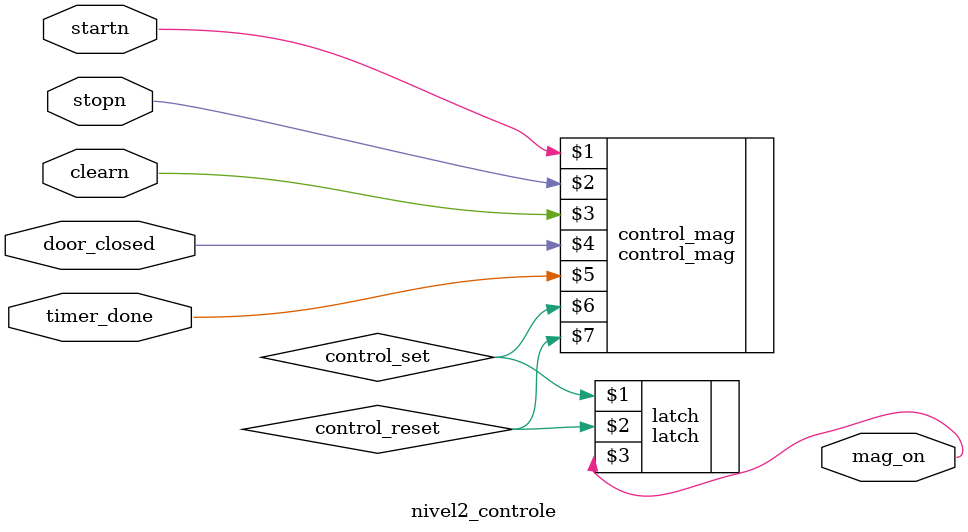
<source format=v>
`include "nivel2/magnetron/nivel3/latch/latch.v"
`include "nivel2/magnetron/nivel3/circuito_logico/control_mag.v"

module nivel2_controle (input wire startn, stopn, clearn, door_closed, timer_done,
                        output wire mag_on);

    wire control_set;
    wire control_reset;

    control_mag control_mag(startn, stopn, clearn, door_closed, timer_done, control_set, control_reset);
    latch latch(control_set, control_reset, mag_on);

endmodule
</source>
